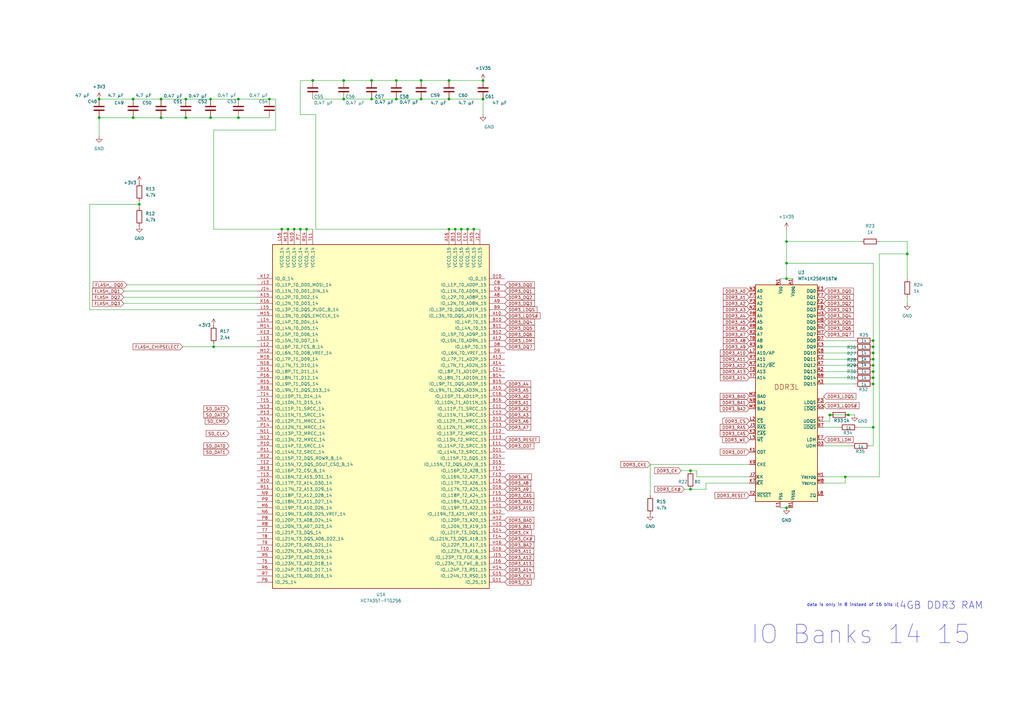
<source format=kicad_sch>
(kicad_sch (version 20250114) (generator "eeschema") (generator_version "9.0")
  (paper "A3")
  (lib_symbols
    (symbol "Device:C" (pin_numbers (hide yes)) (pin_names (offset 0.254))
      (property "Reference" "C" (at 0.635 2.54 0))
      (property "Value" "C" (at 0.635 -2.54 0))
      (symbol "C_1_1"
        (pin passive line (at 0 3.81 270) (length 2.794) (name "~") (number "1"))
        (pin passive line (at 0 -3.81 90) (length 2.794) (name "~") (number "2"))
      )
    )
    (symbol "Device:R" (pin_numbers (hide yes)) (pin_names (offset 0))
      (property "Reference" "R" (at 2.032 0 90))
      (property "Value" "R" (at 0 0 90))
      (symbol "R_1_1"
        (pin passive line (at 0 3.81 270) (length 1.27) (name "~") (number "1"))
        (pin passive line (at 0 -3.81 90) (length 1.27) (name "~") (number "2"))
      )
    )
    (symbol "FPGA_Xilinx_Artix7:XC7A35T-FTG256" (pin_names (offset 1.016))
      (property "Reference" "U" (at -2.54 0 0))
      (property "Value" "XC7A35T-FTG256" (at -2.54 -2.54 0))
      (symbol "XC7A35T-FTG256_1_1"
        (pin bidirectional line (at -53.34 52.07 0) (length 6.35) (name "IO_0_14") (number "K12"))
        (pin bidirectional line (at -53.34 49.53 0) (length 6.35) (name "IO_L1P_T0_D00_MOSI_14") (number "J13"))
        (pin bidirectional line (at -53.34 46.99 0) (length 6.35) (name "IO_L1N_T0_D01_DIN_14") (number "J14"))
        (pin bidirectional line (at -53.34 44.45 0) (length 6.35) (name "IO_L2P_T0_D02_14") (number "K15"))
        (pin bidirectional line (at -53.34 41.91 0) (length 6.35) (name "IO_L2N_T0_D03_14") (number "K16"))
        (pin bidirectional line (at -53.34 39.37 0) (length 6.35) (name "IO_L3P_T0_DQS_PUDC_B_14") (number "L15"))
        (pin bidirectional line (at -53.34 36.83 0) (length 6.35) (name "IO_L3N_T0_DQS_EMCCLK_14") (number "M15"))
        (pin bidirectional line (at -53.34 34.29 0) (length 6.35) (name "IO_L4P_T0_D04_14") (number "L14"))
        (pin bidirectional line (at -53.34 31.75 0) (length 6.35) (name "IO_L4N_T0_D05_14") (number "M14"))
        (pin bidirectional line (at -53.34 29.21 0) (length 6.35) (name "IO_L5P_T0_D06_14") (number "K13"))
        (pin bidirectional line (at -53.34 26.67 0) (length 6.35) (name "IO_L5N_T0_D07_14") (number "L13"))
        (pin bidirectional line (at -53.34 24.13 0) (length 6.35) (name "IO_L6P_T0_FCS_B_14") (number "L12"))
        (pin bidirectional line (at -53.34 21.59 0) (length 6.35) (name "IO_L6N_T0_D08_VREF_14") (number "M12"))
        (pin bidirectional line (at -53.34 19.05 0) (length 6.35) (name "IO_L7P_T1_D09_14") (number "M16"))
        (pin bidirectional line (at -53.34 16.51 0) (length 6.35) (name "IO_L7N_T1_D10_14") (number "N16"))
        (pin bidirectional line (at -53.34 13.97 0) (length 6.35) (name "IO_L8P_T1_D11_14") (number "P15"))
        (pin bidirectional line (at -53.34 11.43 0) (length 6.35) (name "IO_L8N_T1_D12_14") (number "P16"))
        (pin bidirectional line (at -53.34 8.89 0) (length 6.35) (name "IO_L9P_T1_DQS_14") (number "R15"))
        (pin bidirectional line (at -53.34 6.35 0) (length 6.35) (name "IO_L9N_T1_DQS_D13_14") (number "R16"))
        (pin bidirectional line (at -53.34 3.81 0) (length 6.35) (name "IO_L10P_T1_D14_14") (number "T14"))
        (pin bidirectional line (at -53.34 1.27 0) (length 6.35) (name "IO_L10N_T1_D15_14") (number "T15"))
        (pin bidirectional line (at -53.34 -1.27 0) (length 6.35) (name "IO_L11P_T1_SRCC_14") (number "N13"))
        (pin bidirectional line (at -53.34 -3.81 0) (length 6.35) (name "IO_L11N_T1_SRCC_14") (number "P13"))
        (pin bidirectional line (at -53.34 -6.35 0) (length 6.35) (name "IO_L12P_T1_MRCC_14") (number "N14"))
        (pin bidirectional line (at -53.34 -8.89 0) (length 6.35) (name "IO_L12N_T1_MRCC_14") (number "P14"))
        (pin bidirectional line (at -53.34 -11.43 0) (length 6.35) (name "IO_L13P_T2_MRCC_14") (number "N11"))
        (pin bidirectional line (at -53.34 -13.97 0) (length 6.35) (name "IO_L13N_T2_MRCC_14") (number "N12"))
        (pin bidirectional line (at -53.34 -16.51 0) (length 6.35) (name "IO_L14P_T2_SRCC_14") (number "P10"))
        (pin bidirectional line (at -53.34 -19.05 0) (length 6.35) (name "IO_L14N_T2_SRCC_14") (number "P11"))
        (pin bidirectional line (at -53.34 -21.59 0) (length 6.35) (name "IO_L15P_T2_DQS_RDWR_B_14") (number "R12"))
        (pin bidirectional line (at -53.34 -24.13 0) (length 6.35) (name "IO_L15N_T2_DQS_DOUT_CSO_B_14") (number "T12"))
        (pin bidirectional line (at -53.34 -26.67 0) (length 6.35) (name "IO_L16P_T2_CSI_B_14") (number "R13"))
        (pin bidirectional line (at -53.34 -29.21 0) (length 6.35) (name "IO_L16N_T2_A15_D31_14") (number "T13"))
        (pin bidirectional line (at -53.34 -31.75 0) (length 6.35) (name "IO_L17P_T2_A14_D30_14") (number "R10"))
        (pin bidirectional line (at -53.34 -34.29 0) (length 6.35) (name "IO_L17N_T2_A13_D29_14") (number "R11"))
        (pin bidirectional line (at -53.34 -36.83 0) (length 6.35) (name "IO_L18P_T2_A12_D28_14") (number "N9"))
        (pin bidirectional line (at -53.34 -39.37 0) (length 6.35) (name "IO_L18N_T2_A11_D27_14") (number "P9"))
        (pin bidirectional line (at -53.34 -41.91 0) (length 6.35) (name "IO_L19P_T3_A10_D26_14") (number "M6"))
        (pin bidirectional line (at -53.34 -44.45 0) (length 6.35) (name "IO_L19N_T3_A09_D25_VREF_14") (number "N6"))
        (pin bidirectional line (at -53.34 -46.99 0) (length 6.35) (name "IO_L20P_T3_A08_D24_14") (number "P8"))
        (pin bidirectional line (at -53.34 -49.53 0) (length 6.35) (name "IO_L20N_T3_A07_D23_14") (number "R8"))
        (pin bidirectional line (at -53.34 -52.07 0) (length 6.35) (name "IO_L21P_T3_DQS_14") (number "T7"))
        (pin bidirectional line (at -53.34 -54.61 0) (length 6.35) (name "IO_L21N_T3_DQS_A06_D22_14") (number "T8"))
        (pin bidirectional line (at -53.34 -57.15 0) (length 6.35) (name "IO_L22P_T3_A05_D21_14") (number "T9"))
        (pin bidirectional line (at -53.34 -59.69 0) (length 6.35) (name "IO_L22N_T3_A04_D20_14") (number "T10"))
        (pin bidirectional line (at -53.34 -62.23 0) (length 6.35) (name "IO_L23P_T3_A03_D19_14") (number "R5"))
        (pin bidirectional line (at -53.34 -64.77 0) (length 6.35) (name "IO_L23N_T3_A02_D18_14") (number "T5"))
        (pin bidirectional line (at -53.34 -67.31 0) (length 6.35) (name "IO_L24P_T3_A01_D17_14") (number "R6"))
        (pin bidirectional line (at -53.34 -69.85 0) (length 6.35) (name "IO_L24N_T3_A00_D16_14") (number "R7"))
        (pin bidirectional line (at -53.34 -72.39 0) (length 6.35) (name "IO_25_14") (number "P6"))
        (pin power_in line (at -43.18 72.39 270) (length 6.35) (name "VCCO_14") (number "L16"))
        (pin power_in line (at -40.64 72.39 270) (length 6.35) (name "VCCO_14") (number "M13"))
        (pin power_in line (at -38.1 72.39 270) (length 6.35) (name "VCCO_14") (number "N10"))
        (pin power_in line (at -35.56 72.39 270) (length 6.35) (name "VCCO_14") (number "P7"))
        (pin power_in line (at -33.02 72.39 270) (length 6.35) (name "VCCO_14") (number "R14"))
        (pin power_in line (at -30.48 72.39 270) (length 6.35) (name "VCCO_14") (number "T11"))
        (pin power_in line (at 25.4 72.39 270) (length 6.35) (name "VCCO_15") (number "A16"))
        (pin power_in line (at 27.94 72.39 270) (length 6.35) (name "VCCO_15") (number "B13"))
        (pin power_in line (at 30.48 72.39 270) (length 6.35) (name "VCCO_15") (number "C10"))
        (pin power_in line (at 33.02 72.39 270) (length 6.35) (name "VCCO_15") (number "E14"))
        (pin power_in line (at 35.56 72.39 270) (length 6.35) (name "VCCO_15") (number "H15"))
        (pin power_in line (at 38.1 72.39 270) (length 6.35) (name "VCCO_15") (number "J12"))
        (pin bidirectional line (at 48.26 52.07 180) (length 6.35) (name "IO_0_15") (number "D10"))
        (pin bidirectional line (at 48.26 49.53 180) (length 6.35) (name "IO_L1P_T0_AD0P_15") (number "C8"))
        (pin bidirectional line (at 48.26 46.99 180) (length 6.35) (name "IO_L1N_T0_AD0N_15") (number "C9"))
        (pin bidirectional line (at 48.26 44.45 180) (length 6.35) (name "IO_L2P_T0_AD8P_15") (number "A8"))
        (pin bidirectional line (at 48.26 41.91 180) (length 6.35) (name "IO_L2N_T0_AD8N_15") (number "A9"))
        (pin bidirectional line (at 48.26 39.37 180) (length 6.35) (name "IO_L3P_T0_DQS_AD1P_15") (number "B9"))
        (pin bidirectional line (at 48.26 36.83 180) (length 6.35) (name "IO_L3N_T0_DQS_AD1N_15") (number "A10"))
        (pin bidirectional line (at 48.26 34.29 180) (length 6.35) (name "IO_L4P_T0_15") (number "B10"))
        (pin bidirectional line (at 48.26 31.75 180) (length 6.35) (name "IO_L4N_T0_15") (number "B11"))
        (pin bidirectional line (at 48.26 29.21 180) (length 6.35) (name "IO_L5P_T0_AD9P_15") (number "B12"))
        (pin bidirectional line (at 48.26 26.67 180) (length 6.35) (name "IO_L5N_T0_AD9N_15") (number "A12"))
        (pin bidirectional line (at 48.26 24.13 180) (length 6.35) (name "IO_L6P_T0_15") (number "D8"))
        (pin bidirectional line (at 48.26 21.59 180) (length 6.35) (name "IO_L6N_T0_VREF_15") (number "D9"))
        (pin bidirectional line (at 48.26 19.05 180) (length 6.35) (name "IO_L7P_T1_AD2P_15") (number "A13"))
        (pin bidirectional line (at 48.26 16.51 180) (length 6.35) (name "IO_L7N_T1_AD2N_15") (number "A14"))
        (pin bidirectional line (at 48.26 13.97 180) (length 6.35) (name "IO_L8P_T1_AD10P_15") (number "C14"))
        (pin bidirectional line (at 48.26 11.43 180) (length 6.35) (name "IO_L8N_T1_AD10N_15") (number "B14"))
        (pin bidirectional line (at 48.26 8.89 180) (length 6.35) (name "IO_L9P_T1_DQS_AD3P_15") (number "B15"))
        (pin bidirectional line (at 48.26 6.35 180) (length 6.35) (name "IO_L9N_T1_DQS_AD3N_15") (number "A15"))
        (pin bidirectional line (at 48.26 3.81 180) (length 6.35) (name "IO_L10P_T1_AD11P_15") (number "C16"))
        (pin bidirectional line (at 48.26 1.27 180) (length 6.35) (name "IO_L10N_T1_AD11N_15") (number "B16"))
        (pin bidirectional line (at 48.26 -1.27 180) (length 6.35) (name "IO_L11P_T1_SRCC_15") (number "C11"))
        (pin bidirectional line (at 48.26 -3.81 180) (length 6.35) (name "IO_L11N_T1_SRCC_15") (number "C12"))
        (pin bidirectional line (at 48.26 -6.35 180) (length 6.35) (name "IO_L12P_T1_MRCC_15") (number "D13"))
        (pin bidirectional line (at 48.26 -8.89 180) (length 6.35) (name "IO_L12N_T1_MRCC_15") (number "C13"))
        (pin bidirectional line (at 48.26 -11.43 180) (length 6.35) (name "IO_L13P_T2_MRCC_15") (number "E12"))
        (pin bidirectional line (at 48.26 -13.97 180) (length 6.35) (name "IO_L13N_T2_MRCC_15") (number "E13"))
        (pin bidirectional line (at 48.26 -16.51 180) (length 6.35) (name "IO_L14P_T2_SRCC_15") (number "E11"))
        (pin bidirectional line (at 48.26 -19.05 180) (length 6.35) (name "IO_L14N_T2_SRCC_15") (number "D11"))
        (pin bidirectional line (at 48.26 -21.59 180) (length 6.35) (name "IO_L15P_T2_DQS_15") (number "D14"))
        (pin bidirectional line (at 48.26 -24.13 180) (length 6.35) (name "IO_L15N_T2_DQS_ADV_B_15") (number "D15"))
        (pin bidirectional line (at 48.26 -26.67 180) (length 6.35) (name "IO_L16P_T2_A28_15") (number "F12"))
        (pin bidirectional line (at 48.26 -29.21 180) (length 6.35) (name "IO_L16N_T2_A27_15") (number "F13"))
        (pin bidirectional line (at 48.26 -31.75 180) (length 6.35) (name "IO_L17P_T2_A26_15") (number "E16"))
        (pin bidirectional line (at 48.26 -34.29 180) (length 6.35) (name "IO_L17N_T2_A25_15") (number "D16"))
        (pin bidirectional line (at 48.26 -36.83 180) (length 6.35) (name "IO_L18P_T2_A24_15") (number "F15"))
        (pin bidirectional line (at 48.26 -39.37 180) (length 6.35) (name "IO_L18N_T2_A23_15") (number "E15"))
        (pin bidirectional line (at 48.26 -41.91 180) (length 6.35) (name "IO_L19P_T3_A22_15") (number "H11"))
        (pin bidirectional line (at 48.26 -44.45 180) (length 6.35) (name "IO_L19N_T3_A21_VREF_15") (number "G12"))
        (pin bidirectional line (at 48.26 -46.99 180) (length 6.35) (name "IO_L20P_T3_A20_15") (number "H12"))
        (pin bidirectional line (at 48.26 -49.53 180) (length 6.35) (name "IO_L20N_T3_A19_15") (number "H13"))
        (pin bidirectional line (at 48.26 -52.07 180) (length 6.35) (name "IO_L21P_T3_DQS_15") (number "G14"))
        (pin bidirectional line (at 48.26 -54.61 180) (length 6.35) (name "IO_L21N_T3_DQS_A18_15") (number "F14"))
        (pin bidirectional line (at 48.26 -57.15 180) (length 6.35) (name "IO_L22P_T3_A17_15") (number "H16"))
        (pin bidirectional line (at 48.26 -59.69 180) (length 6.35) (name "IO_L22N_T3_A16_15") (number "G16"))
        (pin bidirectional line (at 48.26 -62.23 180) (length 6.35) (name "IO_L23P_T3_FOE_B_15") (number "J15"))
        (pin bidirectional line (at 48.26 -64.77 180) (length 6.35) (name "IO_L23N_T3_FWE_B_15") (number "J16"))
        (pin bidirectional line (at 48.26 -67.31 180) (length 6.35) (name "IO_L24P_T3_RS1_15") (number "H14"))
        (pin bidirectional line (at 48.26 -69.85 180) (length 6.35) (name "IO_L24N_T3_RS0_15") (number "G15"))
        (pin bidirectional line (at 48.26 -72.39 180) (length 6.35) (name "IO_25_15") (number "G11"))
      )
      (symbol "XC7A35T-FTG256_2_1"
        (pin bidirectional line (at -50.8 53.34 0) (length 6.35) (name "IO_0_34") (number "L5"))
        (pin bidirectional line (at -50.8 50.8 0) (length 6.35) (name "IO_L1P_T0_34") (number "L4"))
        (pin bidirectional line (at -50.8 48.26 0) (length 6.35) (name "IO_L1N_T0_34") (number "M4"))
        (pin bidirectional line (at -50.8 45.72 0) (length 6.35) (name "IO_L2P_T0_34") (number "M2"))
        (pin bidirectional line (at -50.8 43.18 0) (length 6.35) (name "IO_L2N_T0_34") (number "M1"))
        (pin bidirectional line (at -50.8 40.64 0) (length 6.35) (name "IO_L3P_T0_DQS_34") (number "N3"))
        (pin bidirectional line (at -50.8 38.1 0) (length 6.35) (name "IO_L3N_T0_DQS_34") (number "N2"))
        (pin bidirectional line (at -50.8 35.56 0) (length 6.35) (name "IO_L4P_T0_34") (number "N1"))
        (pin bidirectional line (at -50.8 33.02 0) (length 6.35) (name "IO_L4N_T0_34") (number "P1"))
        (pin bidirectional line (at -50.8 30.48 0) (length 6.35) (name "IO_L5P_T0_34") (number "P4"))
        (pin bidirectional line (at -50.8 27.94 0) (length 6.35) (name "IO_L5N_T0_34") (number "P3"))
        (pin bidirectional line (at -50.8 25.4 0) (length 6.35) (name "IO_L6P_T0_34") (number "M5"))
        (pin bidirectional line (at -50.8 22.86 0) (length 6.35) (name "IO_L6N_T0_VREF_34") (number "N4"))
        (pin bidirectional line (at -50.8 20.32 0) (length 6.35) (name "IO_L7P_T1_34") (number "R2"))
        (pin bidirectional line (at -50.8 17.78 0) (length 6.35) (name "IO_L7N_T1_34") (number "R1"))
        (pin bidirectional line (at -50.8 15.24 0) (length 6.35) (name "IO_L8P_T1_34") (number "R3"))
        (pin bidirectional line (at -50.8 12.7 0) (length 6.35) (name "IO_L8N_T1_34") (number "T2"))
        (pin bidirectional line (at -50.8 10.16 0) (length 6.35) (name "IO_L9P_T1_DQS_34") (number "T4"))
        (pin bidirectional line (at -50.8 7.62 0) (length 6.35) (name "IO_L9N_T1_DQS_34") (number "T3"))
        (pin bidirectional line (at -50.8 5.08 0) (length 6.35) (name "IO_L10P_T1_34") (number "P5"))
        (pin power_in line (at -40.64 73.66 270) (length 6.35) (name "VCCO_34") (number "M3"))
        (pin power_in line (at -38.1 73.66 270) (length 6.35) (name "VCCO_34") (number "R4"))
        (pin power_in line (at -35.56 73.66 270) (length 6.35) (name "VCCO_34") (number "T1"))
        (pin power_in line (at 27.94 73.66 270) (length 6.35) (name "VCCO_35") (number "A6"))
        (pin power_in line (at 30.48 73.66 270) (length 6.35) (name "VCCO_35") (number "B3"))
        (pin power_in line (at 33.02 73.66 270) (length 6.35) (name "VCCO_35") (number "D7"))
        (pin power_in line (at 35.56 73.66 270) (length 6.35) (name "VCCO_35") (number "E4"))
        (pin power_in line (at 38.1 73.66 270) (length 6.35) (name "VCCO_35") (number "F1"))
        (pin power_in line (at 40.64 73.66 270) (length 6.35) (name "VCCO_35") (number "J2"))
        (pin bidirectional line (at 50.8 53.34 180) (length 6.35) (name "IO_0_35") (number "E6"))
        (pin bidirectional line (at 50.8 50.8 180) (length 6.35) (name "IO_L1P_T0_AD4P_35") (number "B7"))
        (pin bidirectional line (at 50.8 48.26 180) (length 6.35) (name "IO_L1N_T0_AD4N_35") (number "A7"))
        (pin bidirectional line (at 50.8 45.72 180) (length 6.35) (name "IO_L2P_T0_AD12P_35") (number "B6"))
        (pin bidirectional line (at 50.8 43.18 180) (length 6.35) (name "IO_L2N_T0_AD12N_35") (number "B5"))
        (pin bidirectional line (at 50.8 40.64 180) (length 6.35) (name "IO_L3P_T0_DQS_AD5P_35") (number "A5"))
        (pin bidirectional line (at 50.8 38.1 180) (length 6.35) (name "IO_L3N_T0_DQS_AD5N_35") (number "A4"))
        (pin bidirectional line (at 50.8 35.56 180) (length 6.35) (name "IO_L4P_T0_35") (number "B4"))
        (pin bidirectional line (at 50.8 33.02 180) (length 6.35) (name "IO_L4N_T0_35") (number "A3"))
        (pin bidirectional line (at 50.8 30.48 180) (length 6.35) (name "IO_L5P_T0_AD13P_35") (number "C7"))
        (pin bidirectional line (at 50.8 27.94 180) (length 6.35) (name "IO_L5N_T0_AD13N_35") (number "C6"))
        (pin bidirectional line (at 50.8 25.4 180) (length 6.35) (name "IO_L6P_T0_35") (number "D6"))
        (pin bidirectional line (at 50.8 22.86 180) (length 6.35) (name "IO_L6N_T0_VREF_35") (number "D5"))
        (pin bidirectional line (at 50.8 20.32 180) (length 6.35) (name "IO_L7P_T1_AD6P_35") (number "C3"))
        (pin bidirectional line (at 50.8 17.78 180) (length 6.35) (name "IO_L7N_T1_AD6N_35") (number "C2"))
        (pin bidirectional line (at 50.8 15.24 180) (length 6.35) (name "IO_L8P_T1_AD14P_35") (number "B2"))
        (pin bidirectional line (at 50.8 12.7 180) (length 6.35) (name "IO_L8N_T1_AD14N_35") (number "A2"))
        (pin bidirectional line (at 50.8 10.16 180) (length 6.35) (name "IO_L9P_T1_DQS_AD7P_35") (number "C1"))
        (pin bidirectional line (at 50.8 7.62 180) (length 6.35) (name "IO_L9N_T1_DQS_AD7N_35") (number "B1"))
        (pin bidirectional line (at 50.8 5.08 180) (length 6.35) (name "IO_L10P_T1_AD15P_35") (number "E2"))
        (pin bidirectional line (at 50.8 2.54 180) (length 6.35) (name "IO_L10N_T1_AD15N_35") (number "D1"))
        (pin bidirectional line (at 50.8 0 180) (length 6.35) (name "IO_L11P_T1_SRCC_35") (number "E3"))
        (pin bidirectional line (at 50.8 -2.54 180) (length 6.35) (name "IO_L11N_T1_SRCC_35") (number "D3"))
        (pin bidirectional line (at 50.8 -5.08 180) (length 6.35) (name "IO_L12P_T1_MRCC_35") (number "D4"))
        (pin bidirectional line (at 50.8 -7.62 180) (length 6.35) (name "IO_L12N_T1_MRCC_35") (number "C4"))
        (pin bidirectional line (at 50.8 -10.16 180) (length 6.35) (name "IO_L13P_T2_MRCC_35") (number "F5"))
        (pin bidirectional line (at 50.8 -12.7 180) (length 6.35) (name "IO_L13N_T2_MRCC_35") (number "E5"))
        (pin bidirectional line (at 50.8 -15.24 180) (length 6.35) (name "IO_L14P_T2_SRCC_35") (number "F4"))
        (pin bidirectional line (at 50.8 -17.78 180) (length 6.35) (name "IO_L14N_T2_SRCC_35") (number "F3"))
        (pin bidirectional line (at 50.8 -20.32 180) (length 6.35) (name "IO_L15P_T2_DQS_35") (number "F2"))
        (pin bidirectional line (at 50.8 -22.86 180) (length 6.35) (name "IO_L15N_T2_DQS_35") (number "E1"))
        (pin bidirectional line (at 50.8 -25.4 180) (length 6.35) (name "IO_L16P_T2_35") (number "G5"))
        (pin bidirectional line (at 50.8 -27.94 180) (length 6.35) (name "IO_L16N_T2_35") (number "G4"))
        (pin bidirectional line (at 50.8 -30.48 180) (length 6.35) (name "IO_L17P_T2_35") (number "G2"))
        (pin bidirectional line (at 50.8 -33.02 180) (length 6.35) (name "IO_L17N_T2_35") (number "G1"))
        (pin bidirectional line (at 50.8 -35.56 180) (length 6.35) (name "IO_L18P_T2_35") (number "H5"))
        (pin bidirectional line (at 50.8 -38.1 180) (length 6.35) (name "IO_L18N_T2_35") (number "H4"))
        (pin bidirectional line (at 50.8 -40.64 180) (length 6.35) (name "IO_L19P_T3_35") (number "J5"))
        (pin bidirectional line (at 50.8 -43.18 180) (length 6.35) (name "IO_L19N_T3_VREF_35") (number "J4"))
        (pin bidirectional line (at 50.8 -45.72 180) (length 6.35) (name "IO_L20P_T3_35") (number "H2"))
        (pin bidirectional line (at 50.8 -48.26 180) (length 6.35) (name "IO_L20N_T3_35") (number "H1"))
        (pin bidirectional line (at 50.8 -50.8 180) (length 6.35) (name "IO_L21P_T3_DQS_35") (number "J3"))
        (pin bidirectional line (at 50.8 -53.34 180) (length 6.35) (name "IO_L21N_T3_DQS_35") (number "H3"))
        (pin bidirectional line (at 50.8 -55.88 180) (length 6.35) (name "IO_L22P_T3_35") (number "K1"))
        (pin bidirectional line (at 50.8 -58.42 180) (length 6.35) (name "IO_L22N_T3_35") (number "J1"))
        (pin bidirectional line (at 50.8 -60.96 180) (length 6.35) (name "IO_L23P_T3_35") (number "L3"))
        (pin bidirectional line (at 50.8 -63.5 180) (length 6.35) (name "IO_L23N_T3_35") (number "L2"))
        (pin bidirectional line (at 50.8 -66.04 180) (length 6.35) (name "IO_L24P_T3_35") (number "K3"))
        (pin bidirectional line (at 50.8 -68.58 180) (length 6.35) (name "IO_L24N_T3_35") (number "K2"))
        (pin bidirectional line (at 50.8 -71.12 180) (length 6.35) (name "IO_25_35") (number "K5"))
      )
      (symbol "XC7A35T-FTG256_3_1"
        (pin power_in line (at 27.94 40.64 270) (length 6.35) (name "VCCO_0") (number "L6"))
        (pin bidirectional line (at 38.1 20.32 180) (length 6.35) (name "TDI_0") (number "N7"))
        (pin bidirectional line (at 38.1 17.78 180) (length 6.35) (name "TDO_0") (number "N8"))
        (pin bidirectional line (at 38.1 15.24 180) (length 6.35) (name "TMS_0") (number "M7"))
        (pin bidirectional line (at 38.1 12.7 180) (length 6.35) (name "TCK_0") (number "L7"))
        (pin bidirectional line (at 38.1 7.62 180) (length 6.35) (name "CCLK_0") (number "E8"))
        (pin bidirectional line (at 38.1 5.08 180) (length 6.35) (name "M0_0") (number "M9"))
        (pin bidirectional line (at 38.1 2.54 180) (length 6.35) (name "M1_0") (number "M10"))
        (pin bidirectional line (at 38.1 0 180) (length 6.35) (name "M2_0") (number "M11"))
        (pin bidirectional line (at 38.1 -5.08 180) (length 6.35) (name "DONE_0") (number "H10"))
        (pin bidirectional line (at 38.1 -7.62 180) (length 6.35) (name "INIT_B_0") (number "K10"))
        (pin bidirectional line (at 38.1 -10.16 180) (length 6.35) (name "PROGRAM_B_0") (number "L9"))
        (pin bidirectional line (at 38.1 -15.24 180) (length 6.35) (name "CFGBVS_0") (number "E7"))
        (pin bidirectional line (at 38.1 -20.32 180) (length 6.35) (name "VP_0") (number "H8"))
        (pin bidirectional line (at 38.1 -22.86 180) (length 6.35) (name "VN_0") (number "J7"))
        (pin bidirectional line (at 38.1 -27.94 180) (length 6.35) (name "VREFP_0") (number "J8"))
        (pin bidirectional line (at 38.1 -30.48 180) (length 6.35) (name "VREFN_0") (number "H7"))
        (pin bidirectional line (at 38.1 -35.56 180) (length 6.35) (name "DXP_0") (number "K8"))
        (pin bidirectional line (at 38.1 -38.1 180) (length 6.35) (name "DXN_0") (number "K7"))
      )
      (symbol "XC7A35T-FTG256_4_1"
        (pin power_in line (at -25.4 33.02 0) (length 6.35) (name "VCCAUX") (number "G10"))
        (pin power_in line (at -25.4 30.48 0) (length 6.35) (name "VCCAUX") (number "J10"))
        (pin power_in line (at -25.4 27.94 0) (length 6.35) (name "VCCAUX") (number "K11"))
        (pin power_in line (at -25.4 25.4 0) (length 6.35) (name "VCCAUX") (number "L10"))
        (pin power_in line (at -25.4 20.32 0) (length 6.35) (name "GNDADC_0") (number "G7"))
        (pin power_in line (at -25.4 17.78 0) (length 6.35) (name "VCCADC_0") (number "G8"))
        (pin power_in line (at -25.4 15.24 0) (length 6.35) (name "VCCBATT_0") (number "F8"))
        (pin power_in line (at -25.4 12.7 0) (length 6.35) (name "VCCBRAM") (number "E10"))
        (pin power_in line (at -25.4 10.16 0) (length 6.35) (name "VCCBRAM") (number "F11"))
        (pin power_in line (at -25.4 2.54 0) (length 6.35) (name "GND") (number "A1"))
        (pin power_in line (at -25.4 0 0) (length 6.35) (name "GND") (number "A11"))
        (pin power_in line (at -25.4 -2.54 0) (length 6.35) (name "GND") (number "B8"))
        (pin power_in line (at -25.4 -5.08 0) (length 6.35) (name "GND") (number "C5"))
        (pin power_in line (at -25.4 -7.62 0) (length 6.35) (name "GND") (number "C15"))
        (pin power_in line (at -25.4 -10.16 0) (length 6.35) (name "GND") (number "D2"))
        (pin power_in line (at -25.4 -12.7 0) (length 6.35) (name "GND") (number "D12"))
        (pin power_in line (at -25.4 -15.24 0) (length 6.35) (name "GND") (number "E9"))
        (pin power_in line (at -25.4 -17.78 0) (length 6.35) (name "GND") (number "F6"))
        (pin power_in line (at -25.4 -20.32 0) (length 6.35) (name "GND") (number "F10"))
        (pin power_in line (at -25.4 -22.86 0) (length 6.35) (name "GND") (number "F16"))
        (pin power_in line (at -25.4 -25.4 0) (length 6.35) (name "GND") (number "G3"))
        (pin power_in line (at -25.4 -27.94 0) (length 6.35) (name "GND") (number "G9"))
        (pin power_in line (at -25.4 -30.48 0) (length 6.35) (name "GND") (number "G13"))
        (pin power_in line (at -25.4 -33.02 0) (length 6.35) (name "GND") (number "H6"))
        (pin power_in line (at 25.4 33.02 180) (length 6.35) (name "VCCINT") (number "F7"))
        (pin power_in line (at 25.4 30.48 180) (length 6.35) (name "VCCINT") (number "F9"))
        (pin power_in line (at 25.4 27.94 180) (length 6.35) (name "VCCINT") (number "G6"))
        (pin power_in line (at 25.4 25.4 180) (length 6.35) (name "VCCINT") (number "H9"))
        (pin power_in line (at 25.4 22.86 180) (length 6.35) (name "VCCINT") (number "J6"))
        (pin power_in line (at 25.4 20.32 180) (length 6.35) (name "VCCINT") (number "K9"))
        (pin power_in line (at 25.4 17.78 180) (length 6.35) (name "VCCINT") (number "L8"))
        (pin power_in line (at 25.4 2.54 180) (length 6.35) (name "GND") (number "J9"))
        (pin power_in line (at 25.4 0 180) (length 6.35) (name "GND") (number "J11"))
        (pin power_in line (at 25.4 -2.54 180) (length 6.35) (name "GND") (number "K4"))
        (pin power_in line (at 25.4 -5.08 180) (length 6.35) (name "GND") (number "K6"))
        (pin power_in line (at 25.4 -7.62 180) (length 6.35) (name "GND") (number "K14"))
        (pin power_in line (at 25.4 -10.16 180) (length 6.35) (name "GND") (number "L1"))
        (pin power_in line (at 25.4 -12.7 180) (length 6.35) (name "GND") (number "L11"))
        (pin power_in line (at 25.4 -15.24 180) (length 6.35) (name "GND") (number "M8"))
        (pin power_in line (at 25.4 -17.78 180) (length 6.35) (name "GND") (number "N5"))
        (pin power_in line (at 25.4 -20.32 180) (length 6.35) (name "GND") (number "N15"))
        (pin power_in line (at 25.4 -22.86 180) (length 6.35) (name "GND") (number "P2"))
        (pin power_in line (at 25.4 -25.4 180) (length 6.35) (name "GND") (number "P12"))
        (pin power_in line (at 25.4 -27.94 180) (length 6.35) (name "GND") (number "R9"))
        (pin power_in line (at 25.4 -30.48 180) (length 6.35) (name "GND") (number "T6"))
        (pin power_in line (at 25.4 -33.02 180) (length 6.35) (name "GND") (number "T16"))
      )
    )
    (symbol "Memory_RAM:MT41K256M16TW"
      (property "Reference" "U" (at -11.43 44.704 0))
      (property "Value" "MT41K256M16TW" (at 14.986 44.704 0))
      (symbol "MT41K256M16TW_0_1"
        (pin input line (at -15.24 40.64 0) (length 2.54) (name "A0") (number "N3"))
        (pin input line (at -15.24 38.1 0) (length 2.54) (name "A1") (number "P7"))
        (pin input line (at -15.24 35.56 0) (length 2.54) (name "A2") (number "P3"))
        (pin input line (at -15.24 33.02 0) (length 2.54) (name "A3") (number "N2"))
        (pin input line (at -15.24 30.48 0) (length 2.54) (name "A4") (number "P8"))
        (pin input line (at -15.24 27.94 0) (length 2.54) (name "A5") (number "P2"))
        (pin input line (at -15.24 25.4 0) (length 2.54) (name "A6") (number "R8"))
        (pin input line (at -15.24 22.86 0) (length 2.54) (name "A7") (number "R2"))
        (pin input line (at -15.24 20.32 0) (length 2.54) (name "A8") (number "T8"))
        (pin input line (at -15.24 17.78 0) (length 2.54) (name "A9") (number "R3"))
        (pin input line (at -15.24 15.24 0) (length 2.54) (name "A10/AP") (number "L7"))
        (pin input line (at -15.24 12.7 0) (length 2.54) (name "A11") (number "R7"))
        (pin input line (at -15.24 7.62 0) (length 2.54) (name "A13") (number "T3"))
        (pin input line (at -15.24 5.08 0) (length 2.54) (name "A14") (number "T7"))
        (pin input line (at -15.24 -2.54 0) (length 2.54) (name "BA0") (number "M2"))
        (pin input line (at -15.24 -5.08 0) (length 2.54) (name "BA1") (number "N8"))
        (pin input line (at -15.24 -7.62 0) (length 2.54) (name "BA2") (number "M3"))
        (pin input line (at -15.24 -25.4 0) (length 2.54) (name "ODT") (number "K1"))
        (pin input line (at -15.24 -30.48 0) (length 2.54) (name "CKE") (number "K9"))
        (pin input clock (at -15.24 -35.56 0) (length 2.54) (name "CK") (number "J7"))
        (pin passive line (at -2.54 45.72 270) (length 2.54) (hide yes) (name "V_{DD}") (number "B2"))
        (pin passive line (at -2.54 45.72 270) (length 2.54) (hide yes) (name "V_{DD}") (number "D9"))
        (pin passive line (at -2.54 45.72 270) (length 2.54) (hide yes) (name "V_{DD}") (number "G7"))
        (pin passive line (at -2.54 45.72 270) (length 2.54) (hide yes) (name "V_{DD}") (number "K2"))
        (pin passive line (at -2.54 45.72 270) (length 2.54) (hide yes) (name "V_{DD}") (number "K8"))
        (pin passive line (at -2.54 45.72 270) (length 2.54) (hide yes) (name "V_{DD}") (number "N9"))
        (pin passive line (at -2.54 45.72 270) (length 2.54) (hide yes) (name "V_{DD}") (number "R1"))
        (pin passive line (at -2.54 45.72 270) (length 2.54) (hide yes) (name "V_{DD}") (number "R9"))
        (pin passive line (at -2.54 -48.26 90) (length 2.54) (hide yes) (name "V_{SS}") (number "A9"))
        (pin passive line (at -2.54 -48.26 90) (length 2.54) (hide yes) (name "V_{SS}") (number "B3"))
        (pin passive line (at -2.54 -48.26 90) (length 2.54) (hide yes) (name "V_{SS}") (number "G8"))
        (pin passive line (at -2.54 -48.26 90) (length 2.54) (hide yes) (name "V_{SS}") (number "J2"))
        (pin passive line (at -2.54 -48.26 90) (length 2.54) (hide yes) (name "V_{SS}") (number "J8"))
        (pin passive line (at -2.54 -48.26 90) (length 2.54) (hide yes) (name "V_{SS}") (number "M1"))
        (pin passive line (at -2.54 -48.26 90) (length 2.54) (hide yes) (name "V_{SS}") (number "M9"))
        (pin passive line (at -2.54 -48.26 90) (length 2.54) (hide yes) (name "V_{SS}") (number "P1"))
        (pin passive line (at -2.54 -48.26 90) (length 2.54) (hide yes) (name "V_{SS}") (number "P9"))
        (pin passive line (at -2.54 -48.26 90) (length 2.54) (hide yes) (name "V_{SS}") (number "T1"))
        (pin passive line (at -2.54 -48.26 90) (length 2.54) (hide yes) (name "V_{SS}") (number "T9"))
        (pin passive line (at 2.54 45.72 270) (length 2.54) (hide yes) (name "V_{DDQ}") (number "A8"))
        (pin passive line (at 2.54 45.72 270) (length 2.54) (hide yes) (name "V_{DDQ}") (number "C1"))
        (pin passive line (at 2.54 45.72 270) (length 2.54) (hide yes) (name "V_{DDQ}") (number "C9"))
        (pin passive line (at 2.54 45.72 270) (length 2.54) (hide yes) (name "V_{DDQ}") (number "D2"))
        (pin passive line (at 2.54 45.72 270) (length 2.54) (hide yes) (name "V_{DDQ}") (number "E9"))
        (pin passive line (at 2.54 45.72 270) (length 2.54) (hide yes) (name "V_{DDQ}") (number "F1"))
        (pin passive line (at 2.54 45.72 270) (length 2.54) (hide yes) (name "V_{DDQ}") (number "H2"))
        (pin passive line (at 2.54 45.72 270) (length 2.54) (hide yes) (name "V_{DDQ}") (number "H9"))
        (pin passive line (at 2.54 -48.26 90) (length 2.54) (hide yes) (name "V_{SSQ}") (number "B9"))
        (pin passive line (at 2.54 -48.26 90) (length 2.54) (hide yes) (name "V_{SSQ}") (number "D1"))
        (pin passive line (at 2.54 -48.26 90) (length 2.54) (hide yes) (name "V_{SSQ}") (number "D8"))
        (pin passive line (at 2.54 -48.26 90) (length 2.54) (hide yes) (name "V_{SSQ}") (number "E2"))
        (pin passive line (at 2.54 -48.26 90) (length 2.54) (hide yes) (name "V_{SSQ}") (number "E8"))
        (pin passive line (at 2.54 -48.26 90) (length 2.54) (hide yes) (name "V_{SSQ}") (number "F9"))
        (pin passive line (at 2.54 -48.26 90) (length 2.54) (hide yes) (name "V_{SSQ}") (number "G1"))
        (pin passive line (at 2.54 -48.26 90) (length 2.54) (hide yes) (name "V_{SSQ}") (number "G9"))
        (pin no_connect line (at 12.7 0 180) (length 2.54) (hide yes) (name "NC") (number "M7"))
        (pin no_connect line (at 12.7 -2.54 180) (length 2.54) (hide yes) (name "NC") (number "J1"))
        (pin no_connect line (at 12.7 -25.4 180) (length 2.54) (hide yes) (name "NC") (number "J9"))
        (pin no_connect line (at 12.7 -27.94 180) (length 2.54) (hide yes) (name "NC") (number "L9"))
        (pin no_connect line (at 12.7 -30.48 180) (length 2.54) (hide yes) (name "NC") (number "L1"))
        (pin bidirectional line (at 15.24 40.64 180) (length 2.54) (name "DQ0") (number "E3"))
        (pin bidirectional line (at 15.24 38.1 180) (length 2.54) (name "DQ1") (number "F7"))
        (pin bidirectional line (at 15.24 35.56 180) (length 2.54) (name "DQ2") (number "F2"))
        (pin bidirectional line (at 15.24 33.02 180) (length 2.54) (name "DQ3") (number "F8"))
        (pin bidirectional line (at 15.24 30.48 180) (length 2.54) (name "DQ4") (number "H3"))
        (pin bidirectional line (at 15.24 27.94 180) (length 2.54) (name "DQ5") (number "H8"))
        (pin bidirectional line (at 15.24 25.4 180) (length 2.54) (name "DQ6") (number "G2"))
        (pin bidirectional line (at 15.24 22.86 180) (length 2.54) (name "DQ7") (number "H7"))
        (pin bidirectional line (at 15.24 20.32 180) (length 2.54) (name "DQ8") (number "D7"))
        (pin bidirectional line (at 15.24 17.78 180) (length 2.54) (name "DQ9") (number "C3"))
        (pin bidirectional line (at 15.24 15.24 180) (length 2.54) (name "DQ10") (number "C8"))
        (pin bidirectional line (at 15.24 12.7 180) (length 2.54) (name "DQ11") (number "C2"))
        (pin bidirectional line (at 15.24 10.16 180) (length 2.54) (name "DQ12") (number "A7"))
        (pin bidirectional line (at 15.24 7.62 180) (length 2.54) (name "DQ13") (number "A2"))
        (pin bidirectional line (at 15.24 5.08 180) (length 2.54) (name "DQ14") (number "B8"))
        (pin bidirectional line (at 15.24 2.54 180) (length 2.54) (name "DQ15") (number "A3"))
        (pin bidirectional line (at 15.24 -5.08 180) (length 2.54) (name "LDQS") (number "F3"))
        (pin bidirectional line (at 15.24 -12.7 180) (length 2.54) (name "UDQS") (number "C7"))
        (pin input line (at 15.24 -20.32 180) (length 2.54) (name "LDM") (number "E7"))
        (pin input line (at 15.24 -22.86 180) (length 2.54) (name "UDM") (number "D3"))
        (pin passive line (at 15.24 -35.56 180) (length 2.54) (name "V_{REFDQ}") (number "H1"))
        (pin passive line (at 15.24 -38.1 180) (length 2.54) (name "V_{REFCA}") (number "M8"))
        (pin passive line (at 15.24 -43.18 180) (length 2.54) (name "ZQ") (number "L8"))
      )
      (symbol "MT41K256M16TW_1_1"
        (text "DDR3L" (at 0 0 0) (effects (font (size 2.1336 2.1336)) (justify bottom)))
        (pin input line (at -15.24 10.16 0) (length 2.54) (name "A12/~{BC}") (number "N7"))
        (pin input line (at -15.24 -12.7 0) (length 2.54) (name "~{CS}") (number "L2"))
        (pin input line (at -15.24 -15.24 0) (length 2.54) (name "~{RAS}") (number "J3"))
        (pin input line (at -15.24 -17.78 0) (length 2.54) (name "~{CAS}") (number "K3"))
        (pin input line (at -15.24 -20.32 0) (length 2.54) (name "~{WE}") (number "L3"))
        (pin input clock (at -15.24 -38.1 0) (length 2.54) (name "~{CK}") (number "K7"))
        (pin input line (at -15.24 -43.18 0) (length 2.54) (name "~{RESET}") (number "T2"))
        (pin power_in line (at -2.54 45.72 270) (length 2.54) (name "V_{DD}") (number "N1"))
        (pin power_in line (at -2.54 -48.26 90) (length 2.54) (name "V_{SS}") (number "E1"))
        (pin power_in line (at 2.54 45.72 270) (length 2.54) (name "V_{DDQ}") (number "A1"))
        (pin power_in line (at 2.54 -48.26 90) (length 2.54) (name "V_{SSQ}") (number "B1"))
        (pin bidirectional line (at 15.24 -7.62 180) (length 2.54) (name "~{LDQS}") (number "G3"))
        (pin bidirectional line (at 15.24 -15.24 180) (length 2.54) (name "~{UDQS}") (number "B7"))
      )
    )
    (symbol "power:+1V35" (power) (pin_numbers (hide yes)) (pin_names (offset 0) (hide yes))
      (property "Value" "+1V35" (at 0 3.556 0))
      (symbol "+1V35_1_1"
        (pin power_in line (at 0 0 90) (length 0) (name "~") (number "1"))
      )
    )
    (symbol "power:+3V3" (power) (pin_numbers (hide yes)) (pin_names (offset 0) (hide yes))
      (property "Value" "+3V3" (at 0 3.556 0))
      (symbol "+3V3_1_1"
        (pin power_in line (at 0 0 90) (length 0) (name "~") (number "1"))
      )
    )
    (symbol "power:GND" (power) (pin_numbers (hide yes)) (pin_names (offset 0) (hide yes))
      (property "Value" "GND" (at 0 -3.81 0))
      (symbol "GND_1_1"
        (pin power_in line (at 0 0 270) (length 0) (name "~") (number "1"))
      )
    )
  )
  (text "IO Banks 14 15\n" (at 353.06 260.35 0) (effects (font (size 7.5 7.5))))
  (text "4GB DDR3 RAM" (at 386.08 248.412 0) (effects (font (size 3 3))))
  (text "data is only in 8 instaed of 16 bits :(\n" (at 349.758 248.158 0) (effects (font (size 1.27 1.27))))
  (junction (at 358.14 157.48))
  (junction (at 66.04 48.26))
  (junction (at 186.69 93.98))
  (junction (at 358.14 142.24))
  (junction (at 87.63 142.24))
  (junction (at 346.71 195.58))
  (junction (at 128.27 33.02))
  (junction (at 57.15 83.82))
  (junction (at 140.97 33.02))
  (junction (at 191.77 93.98))
  (junction (at 358.14 144.78))
  (junction (at 54.61 40.64))
  (junction (at 198.12 33.02))
  (junction (at 283.21 200.66))
  (junction (at 358.14 152.4))
  (junction (at 358.14 149.86))
  (junction (at 184.15 93.98))
  (junction (at 184.15 33.02))
  (junction (at 184.15 40.64))
  (junction (at 358.14 139.7))
  (junction (at 347.98 170.18))
  (junction (at 97.79 40.64))
  (junction (at 189.23 93.98))
  (junction (at 194.31 93.98))
  (junction (at 322.58 208.28))
  (junction (at 76.2 40.64))
  (junction (at 54.61 48.26))
  (junction (at 358.14 154.94))
  (junction (at 140.97 40.64))
  (junction (at 86.36 48.26))
  (junction (at 40.64 40.64))
  (junction (at 358.14 147.32))
  (junction (at 322.58 107.95))
  (junction (at 118.11 93.98))
  (junction (at 86.36 40.64))
  (junction (at 115.57 93.98))
  (junction (at 358.14 175.26))
  (junction (at 198.12 40.64))
  (junction (at 66.04 40.64))
  (junction (at 372.11 104.14))
  (junction (at 283.21 193.04))
  (junction (at 125.73 93.98))
  (junction (at 40.64 48.26))
  (junction (at 172.72 33.02))
  (junction (at 322.58 99.06))
  (junction (at 97.79 48.26))
  (junction (at 110.49 40.64))
  (junction (at 340.36 170.18))
  (junction (at 322.58 114.3))
  (junction (at 162.56 40.64))
  (junction (at 123.19 93.98))
  (junction (at 172.72 40.64))
  (junction (at 162.56 33.02))
  (junction (at 120.65 93.98))
  (junction (at 152.4 40.64))
  (junction (at 152.4 33.02))
  (junction (at 76.2 48.26))
  (wire (pts (xy 358.14 139.7) (xy 358.14 107.95)))
  (wire (pts (xy 40.64 48.26) (xy 54.61 48.26)))
  (wire (pts (xy 337.82 162.56) (xy 337.82 165.1)))
  (wire (pts (xy 86.36 48.26) (xy 97.79 48.26)))
  (wire (pts (xy 87.63 53.34) (xy 87.63 93.98)))
  (wire (pts (xy 50.8 121.92) (xy 105.41 121.92)))
  (wire (pts (xy 172.72 40.64) (xy 162.56 40.64)))
  (wire (pts (xy 52.07 116.84) (xy 105.41 116.84)))
  (wire (pts (xy 87.63 53.34) (xy 113.03 53.34)))
  (wire (pts (xy 87.63 93.98) (xy 115.57 93.98)))
  (wire (pts (xy 320.04 208.28) (xy 322.58 208.28)))
  (wire (pts (xy 346.71 198.12) (xy 346.71 195.58)))
  (wire (pts (xy 289.56 198.12) (xy 307.34 198.12)))
  (wire (pts (xy 87.63 142.24) (xy 105.41 142.24)))
  (wire (pts (xy 50.8 124.46) (xy 105.41 124.46)))
  (wire (pts (xy 322.58 114.3) (xy 325.12 114.3)))
  (wire (pts (xy 337.82 142.24) (xy 350.52 142.24)))
  (wire (pts (xy 320.04 114.3) (xy 322.58 114.3)))
  (wire (pts (xy 123.19 46.99) (xy 123.19 33.02)))
  (wire (pts (xy 57.15 83.82) (xy 57.15 85.09)))
  (wire (pts (xy 74.93 142.24) (xy 87.63 142.24)))
  (wire (pts (xy 337.82 166.37) (xy 337.82 167.64)))
  (wire (pts (xy 97.79 40.64) (xy 86.36 40.64)))
  (wire (pts (xy 172.72 40.64) (xy 184.15 40.64)))
  (wire (pts (xy 358.14 142.24) (xy 358.14 139.7)))
  (wire (pts (xy 351.79 175.26) (xy 358.14 175.26)))
  (wire (pts (xy 279.4 193.04) (xy 283.21 193.04)))
  (wire (pts (xy 337.82 195.58) (xy 346.71 195.58)))
  (wire (pts (xy 54.61 40.64) (xy 40.64 40.64)))
  (wire (pts (xy 307.34 190.5) (xy 266.7 190.5)))
  (wire (pts (xy 337.82 154.94) (xy 350.52 154.94)))
  (wire (pts (xy 140.97 33.02) (xy 128.27 33.02)))
  (wire (pts (xy 123.19 46.99) (xy 129.54 46.99)))
  (wire (pts (xy 36.83 127) (xy 36.83 83.82)))
  (wire (pts (xy 283.21 200.66) (xy 289.56 200.66)))
  (wire (pts (xy 123.19 93.98) (xy 120.65 93.98)))
  (wire (pts (xy 113.03 53.34) (xy 113.03 40.64)))
  (wire (pts (xy 128.27 40.64) (xy 140.97 40.64)))
  (wire (pts (xy 152.4 33.02) (xy 140.97 33.02)))
  (wire (pts (xy 337.82 182.88) (xy 349.25 182.88)))
  (wire (pts (xy 172.72 33.02) (xy 162.56 33.02)))
  (wire (pts (xy 322.58 99.06) (xy 353.06 99.06)))
  (wire (pts (xy 184.15 33.02) (xy 172.72 33.02)))
  (wire (pts (xy 198.12 40.64) (xy 198.12 46.99)))
  (wire (pts (xy 322.58 208.28) (xy 325.12 208.28)))
  (wire (pts (xy 322.58 99.06) (xy 322.58 107.95)))
  (wire (pts (xy 280.67 200.66) (xy 283.21 200.66)))
  (wire (pts (xy 372.11 121.92) (xy 372.11 124.46)))
  (wire (pts (xy 162.56 40.64) (xy 152.4 40.64)))
  (wire (pts (xy 36.83 127) (xy 105.41 127)))
  (wire (pts (xy 372.11 99.06) (xy 372.11 104.14)))
  (wire (pts (xy 358.14 157.48) (xy 358.14 154.94)))
  (wire (pts (xy 40.64 48.26) (xy 40.64 55.88)))
  (wire (pts (xy 76.2 40.64) (xy 86.36 40.64)))
  (wire (pts (xy 283.21 193.04) (xy 285.75 193.04)))
  (wire (pts (xy 125.73 93.98) (xy 128.27 93.98)))
  (wire (pts (xy 358.14 175.26) (xy 358.14 157.48)))
  (wire (pts (xy 123.19 93.98) (xy 125.73 93.98)))
  (wire (pts (xy 337.82 172.72) (xy 340.36 172.72)))
  (wire (pts (xy 337.82 149.86) (xy 350.52 149.86)))
  (wire (pts (xy 360.68 104.14) (xy 372.11 104.14)))
  (wire (pts (xy 358.14 152.4) (xy 358.14 149.86)))
  (wire (pts (xy 50.8 119.38) (xy 105.41 119.38)))
  (wire (pts (xy 54.61 48.26) (xy 66.04 48.26)))
  (wire (pts (xy 346.71 195.58) (xy 360.68 195.58)))
  (wire (pts (xy 358.14 182.88) (xy 358.14 175.26)))
  (wire (pts (xy 289.56 198.12) (xy 289.56 200.66)))
  (wire (pts (xy 57.15 82.55) (xy 57.15 83.82)))
  (wire (pts (xy 140.97 40.64) (xy 152.4 40.64)))
  (wire (pts (xy 184.15 40.64) (xy 198.12 40.64)))
  (wire (pts (xy 191.77 93.98) (xy 189.23 93.98)))
  (wire (pts (xy 358.14 149.86) (xy 358.14 147.32)))
  (wire (pts (xy 129.54 93.98) (xy 184.15 93.98)))
  (wire (pts (xy 194.31 93.98) (xy 191.77 93.98)))
  (wire (pts (xy 337.82 175.26) (xy 344.17 175.26)))
  (wire (pts (xy 57.15 83.82) (xy 36.83 83.82)))
  (wire (pts (xy 337.82 147.32) (xy 350.52 147.32)))
  (wire (pts (xy 129.54 46.99) (xy 129.54 93.98)))
  (wire (pts (xy 372.11 104.14) (xy 372.11 114.3)))
  (wire (pts (xy 285.75 195.58) (xy 285.75 193.04)))
  (wire (pts (xy 66.04 48.26) (xy 76.2 48.26)))
  (wire (pts (xy 340.36 172.72) (xy 340.36 170.18)))
  (wire (pts (xy 360.68 99.06) (xy 372.11 99.06)))
  (wire (pts (xy 162.56 33.02) (xy 152.4 33.02)))
  (wire (pts (xy 97.79 48.26) (xy 110.49 48.26)))
  (wire (pts (xy 115.57 93.98) (xy 118.11 93.98)))
  (wire (pts (xy 123.19 33.02) (xy 128.27 33.02)))
  (wire (pts (xy 337.82 198.12) (xy 346.71 198.12)))
  (wire (pts (xy 360.68 104.14) (xy 360.68 195.58)))
  (wire (pts (xy 340.36 170.18) (xy 347.98 170.18)))
  (wire (pts (xy 87.63 140.97) (xy 87.63 142.24)))
  (wire (pts (xy 358.14 107.95) (xy 322.58 107.95)))
  (wire (pts (xy 66.04 40.64) (xy 54.61 40.64)))
  (wire (pts (xy 120.65 93.98) (xy 118.11 93.98)))
  (wire (pts (xy 322.58 107.95) (xy 322.58 114.3)))
  (wire (pts (xy 113.03 40.64) (xy 110.49 40.64)))
  (wire (pts (xy 358.14 147.32) (xy 358.14 144.78)))
  (wire (pts (xy 196.85 93.98) (xy 194.31 93.98)))
  (wire (pts (xy 337.82 139.7) (xy 350.52 139.7)))
  (wire (pts (xy 337.82 157.48) (xy 350.52 157.48)))
  (wire (pts (xy 266.7 190.5) (xy 266.7 203.2)))
  (wire (pts (xy 356.87 182.88) (xy 358.14 182.88)))
  (wire (pts (xy 285.75 195.58) (xy 307.34 195.58)))
  (wire (pts (xy 337.82 152.4) (xy 350.52 152.4)))
  (wire (pts (xy 322.58 93.98) (xy 322.58 99.06)))
  (wire (pts (xy 347.98 170.18) (xy 350.52 170.18)))
  (wire (pts (xy 76.2 48.26) (xy 86.36 48.26)))
  (wire (pts (xy 110.49 40.64) (xy 97.79 40.64)))
  (wire (pts (xy 186.69 93.98) (xy 184.15 93.98)))
  (wire (pts (xy 358.14 144.78) (xy 358.14 142.24)))
  (wire (pts (xy 66.04 40.64) (xy 76.2 40.64)))
  (wire (pts (xy 198.12 33.02) (xy 184.15 33.02)))
  (wire (pts (xy 358.14 154.94) (xy 358.14 152.4)))
  (wire (pts (xy 189.23 93.98) (xy 186.69 93.98)))
  (wire (pts (xy 337.82 144.78) (xy 350.52 144.78)))
  (global_label "DDR3_BA2" (shape input) (at 207.01 223.52 0) (property "Intersheetrefs" "${INTERSHEET_REFS}" (effects (hide yes))))
  (global_label "DDR3_ODT" (shape input) (at 307.34 185.42 180) (property "Intersheetrefs" "${INTERSHEET_REFS}" (effects (hide yes))))
  (global_label "DDR3_BA1" (shape input) (at 307.34 165.1 180) (property "Intersheetrefs" "${INTERSHEET_REFS}" (effects (hide yes))))
  (global_label "SD_DAT2" (shape input) (at 93.98 167.64 180) (property "Intersheetrefs" "${INTERSHEET_REFS}" (effects (hide yes))))
  (global_label "DDR3_A2" (shape input) (at 307.34 124.46 180) (property "Intersheetrefs" "${INTERSHEET_REFS}" (effects (hide yes))))
  (global_label "DDR3_CS" (shape input) (at 307.34 172.72 180) (property "Intersheetrefs" "${INTERSHEET_REFS}" (effects (hide yes))))
  (global_label "DDR3_CKE" (shape input) (at 207.01 236.22 0) (property "Intersheetrefs" "${INTERSHEET_REFS}" (effects (hide yes))))
  (global_label "DDR3_A10" (shape input) (at 207.01 208.28 0) (property "Intersheetrefs" "${INTERSHEET_REFS}" (effects (hide yes))))
  (global_label "SD_DAT0" (shape input) (at 93.98 182.88 180) (property "Intersheetrefs" "${INTERSHEET_REFS}" (effects (hide yes))))
  (global_label "DDR3_A9" (shape input) (at 207.01 200.66 0) (property "Intersheetrefs" "${INTERSHEET_REFS}" (effects (hide yes))))
  (global_label "DDR3_RESET" (shape input) (at 207.01 180.34 0) (property "Intersheetrefs" "${INTERSHEET_REFS}" (effects (hide yes))))
  (global_label "DDR3_A8" (shape input) (at 307.34 139.7 180) (property "Intersheetrefs" "${INTERSHEET_REFS}" (effects (hide yes))))
  (global_label "DDR3_CK#" (shape input) (at 207.01 220.98 0) (property "Intersheetrefs" "${INTERSHEET_REFS}" (effects (hide yes))))
  (global_label "DDR3_CK#" (shape input) (at 280.67 200.66 180) (property "Intersheetrefs" "${INTERSHEET_REFS}" (effects (hide yes))))
  (global_label "DDR3_A6" (shape input) (at 307.34 134.62 180) (property "Intersheetrefs" "${INTERSHEET_REFS}" (effects (hide yes))))
  (global_label "DDR3_DQ4" (shape input) (at 337.82 129.54 0) (property "Intersheetrefs" "${INTERSHEET_REFS}" (effects (hide yes))))
  (global_label "DDR3_DQ6" (shape input) (at 207.01 137.16 0) (property "Intersheetrefs" "${INTERSHEET_REFS}" (effects (hide yes))))
  (global_label "DDR3_BA2" (shape input) (at 307.34 167.64 180) (property "Intersheetrefs" "${INTERSHEET_REFS}" (effects (hide yes))))
  (global_label "DDR3_ODT" (shape input) (at 207.01 182.88 0) (property "Intersheetrefs" "${INTERSHEET_REFS}" (effects (hide yes))))
  (global_label "DDR3_A14" (shape input) (at 207.01 233.68 0) (property "Intersheetrefs" "${INTERSHEET_REFS}" (effects (hide yes))))
  (global_label "DDR3_A14" (shape input) (at 307.34 154.94 180) (property "Intersheetrefs" "${INTERSHEET_REFS}" (effects (hide yes))))
  (global_label "DDR3_A13" (shape input) (at 207.01 231.14 0) (property "Intersheetrefs" "${INTERSHEET_REFS}" (effects (hide yes))))
  (global_label "DDR3_A1" (shape input) (at 207.01 165.1 0) (property "Intersheetrefs" "${INTERSHEET_REFS}" (effects (hide yes))))
  (global_label "DDR3_LQDS#" (shape input) (at 207.01 129.54 0) (property "Intersheetrefs" "${INTERSHEET_REFS}" (effects (hide yes))))
  (global_label "FLASH_DQ1" (shape input) (at 50.8 119.38 180) (property "Intersheetrefs" "${INTERSHEET_REFS}" (effects (hide yes))))
  (global_label "SD_CLK" (shape input) (at 93.98 177.8 180) (property "Intersheetrefs" "${INTERSHEET_REFS}" (effects (hide yes))))
  (global_label "DDR3_LDQS" (shape input) (at 207.01 127 0) (property "Intersheetrefs" "${INTERSHEET_REFS}" (effects (hide yes))))
  (global_label "DDR3_DQ5" (shape input) (at 207.01 134.62 0) (property "Intersheetrefs" "${INTERSHEET_REFS}" (effects (hide yes))))
  (global_label "DDR3_BA0" (shape input) (at 207.01 213.36 0) (property "Intersheetrefs" "${INTERSHEET_REFS}" (effects (hide yes))))
  (global_label "DDR3_DQ7" (shape input) (at 207.01 142.24 0) (property "Intersheetrefs" "${INTERSHEET_REFS}" (effects (hide yes))))
  (global_label "DDR3_A4" (shape input) (at 307.34 129.54 180) (property "Intersheetrefs" "${INTERSHEET_REFS}" (effects (hide yes))))
  (global_label "DDR3_DQ3" (shape input) (at 337.82 127 0) (property "Intersheetrefs" "${INTERSHEET_REFS}" (effects (hide yes))))
  (global_label "SD_DAT1" (shape input) (at 93.98 185.42 180) (property "Intersheetrefs" "${INTERSHEET_REFS}" (effects (hide yes))))
  (global_label "DDR3_DQ0" (shape input) (at 337.82 119.38 0) (property "Intersheetrefs" "${INTERSHEET_REFS}" (effects (hide yes))))
  (global_label "FLASH_CHIPSELECT" (shape input) (at 74.93 142.24 180) (property "Intersheetrefs" "${INTERSHEET_REFS}" (effects (hide yes))))
  (global_label "DDR3_A0" (shape input) (at 307.34 119.38 180) (property "Intersheetrefs" "${INTERSHEET_REFS}" (effects (hide yes))))
  (global_label "DDR3_CK" (shape input) (at 207.01 218.44 0) (property "Intersheetrefs" "${INTERSHEET_REFS}" (effects (hide yes))))
  (global_label "DDR3_LDM" (shape input) (at 337.82 180.34 0) (property "Intersheetrefs" "${INTERSHEET_REFS}" (effects (hide yes))))
  (global_label "DDR3_A7" (shape input) (at 307.34 137.16 180) (property "Intersheetrefs" "${INTERSHEET_REFS}" (effects (hide yes))))
  (global_label "DDR3_A10" (shape input) (at 307.34 144.78 180) (property "Intersheetrefs" "${INTERSHEET_REFS}" (effects (hide yes))))
  (global_label "DDR3_DQ7" (shape input) (at 337.82 137.16 0) (property "Intersheetrefs" "${INTERSHEET_REFS}" (effects (hide yes))))
  (global_label "DDR3_A9" (shape input) (at 307.34 142.24 180) (property "Intersheetrefs" "${INTERSHEET_REFS}" (effects (hide yes))))
  (global_label "DDR3_DQ1" (shape input) (at 207.01 119.38 0) (property "Intersheetrefs" "${INTERSHEET_REFS}" (effects (hide yes))))
  (global_label "DDR3_WE" (shape input) (at 307.34 180.34 180) (property "Intersheetrefs" "${INTERSHEET_REFS}" (effects (hide yes))))
  (global_label "DDR3_WE" (shape input) (at 207.01 195.58 0) (property "Intersheetrefs" "${INTERSHEET_REFS}" (effects (hide yes))))
  (global_label "FLASH DQ2" (shape input) (at 50.8 121.92 180) (property "Intersheetrefs" "${INTERSHEET_REFS}" (effects (hide yes))))
  (global_label "DDR3_A6" (shape input) (at 207.01 172.72 0) (property "Intersheetrefs" "${INTERSHEET_REFS}" (effects (hide yes))))
  (global_label "DDR3_A1" (shape input) (at 307.34 121.92 180) (property "Intersheetrefs" "${INTERSHEET_REFS}" (effects (hide yes))))
  (global_label "DDR3_LQDS#" (shape input) (at 337.82 166.37 0) (property "Intersheetrefs" "${INTERSHEET_REFS}" (effects (hide yes))))
  (global_label "DDR3_CAS" (shape input) (at 307.34 177.8 180) (property "Intersheetrefs" "${INTERSHEET_REFS}" (effects (hide yes))))
  (global_label "DDR3_A5" (shape input) (at 307.34 132.08 180) (property "Intersheetrefs" "${INTERSHEET_REFS}" (effects (hide yes))))
  (global_label "DDR3_RAS" (shape input) (at 207.01 205.74 0) (property "Intersheetrefs" "${INTERSHEET_REFS}" (effects (hide yes))))
  (global_label "DDR3_CK" (shape input) (at 279.4 193.04 180) (property "Intersheetrefs" "${INTERSHEET_REFS}" (effects (hide yes))))
  (global_label "SD_CMD" (shape input) (at 93.98 172.72 180) (property "Intersheetrefs" "${INTERSHEET_REFS}" (effects (hide yes))))
  (global_label "FLASH_ DQ0" (shape input) (at 52.07 116.84 180) (property "Intersheetrefs" "${INTERSHEET_REFS}" (effects (hide yes))))
  (global_label "DDR3_A3" (shape input) (at 207.01 170.18 0) (property "Intersheetrefs" "${INTERSHEET_REFS}" (effects (hide yes))))
  (global_label "DDR3_A7" (shape input) (at 207.01 175.26 0) (property "Intersheetrefs" "${INTERSHEET_REFS}" (effects (hide yes))))
  (global_label "DDR3_BA0" (shape input) (at 307.34 162.56 180) (property "Intersheetrefs" "${INTERSHEET_REFS}" (effects (hide yes))))
  (global_label "DDR3_A11" (shape input) (at 207.01 226.06 0) (property "Intersheetrefs" "${INTERSHEET_REFS}" (effects (hide yes))))
  (global_label "DDR3_A11" (shape input) (at 307.34 147.32 180) (property "Intersheetrefs" "${INTERSHEET_REFS}" (effects (hide yes))))
  (global_label "DDR3_CAS" (shape input) (at 207.01 203.2 0) (property "Intersheetrefs" "${INTERSHEET_REFS}" (effects (hide yes))))
  (global_label "DDR3_A2" (shape input) (at 207.01 167.64 0) (property "Intersheetrefs" "${INTERSHEET_REFS}" (effects (hide yes))))
  (global_label "DDR3_BA1" (shape input) (at 207.01 215.9 0) (property "Intersheetrefs" "${INTERSHEET_REFS}" (effects (hide yes))))
  (global_label "DDR3_DQ5" (shape input) (at 337.82 132.08 0) (property "Intersheetrefs" "${INTERSHEET_REFS}" (effects (hide yes))))
  (global_label "DDR3_A0" (shape input) (at 207.01 162.56 0) (property "Intersheetrefs" "${INTERSHEET_REFS}" (effects (hide yes))))
  (global_label "DDR3_A8" (shape input) (at 207.01 198.12 0) (property "Intersheetrefs" "${INTERSHEET_REFS}" (effects (hide yes))))
  (global_label "DDR3_DQ2" (shape input) (at 207.01 121.92 0) (property "Intersheetrefs" "${INTERSHEET_REFS}" (effects (hide yes))))
  (global_label "DDR3_A13" (shape input) (at 307.34 152.4 180) (property "Intersheetrefs" "${INTERSHEET_REFS}" (effects (hide yes))))
  (global_label "DDR3_A3" (shape input) (at 307.34 127 180) (property "Intersheetrefs" "${INTERSHEET_REFS}" (effects (hide yes))))
  (global_label "DDR3_DQ1" (shape input) (at 337.82 121.92 0) (property "Intersheetrefs" "${INTERSHEET_REFS}" (effects (hide yes))))
  (global_label "DDR3_RAS" (shape input) (at 307.34 175.26 180) (property "Intersheetrefs" "${INTERSHEET_REFS}" (effects (hide yes))))
  (global_label "DDR3_DQ3" (shape input) (at 207.01 124.46 0) (property "Intersheetrefs" "${INTERSHEET_REFS}" (effects (hide yes))))
  (global_label "DDR3_CS" (shape input) (at 207.01 238.76 0) (property "Intersheetrefs" "${INTERSHEET_REFS}" (effects (hide yes))))
  (global_label "DDR3_A12" (shape input) (at 207.01 228.6 0) (property "Intersheetrefs" "${INTERSHEET_REFS}" (effects (hide yes))))
  (global_label "DDR3_DQ6" (shape input) (at 337.82 134.62 0) (property "Intersheetrefs" "${INTERSHEET_REFS}" (effects (hide yes))))
  (global_label "DDR3_RESET" (shape input) (at 307.34 203.2 180) (property "Intersheetrefs" "${INTERSHEET_REFS}" (effects (hide yes))))
  (global_label "DDR3_A4" (shape input) (at 207.01 157.48 0) (property "Intersheetrefs" "${INTERSHEET_REFS}" (effects (hide yes))))
  (global_label "DDR3_LDQS" (shape input) (at 337.82 162.56 0) (property "Intersheetrefs" "${INTERSHEET_REFS}" (effects (hide yes))))
  (global_label "DDR3_DQ4" (shape input) (at 207.01 132.08 0) (property "Intersheetrefs" "${INTERSHEET_REFS}" (effects (hide yes))))
  (global_label "SD_DAT3" (shape input) (at 93.98 170.18 180) (property "Intersheetrefs" "${INTERSHEET_REFS}" (effects (hide yes))))
  (global_label "FLASH_DQ3" (shape input) (at 50.8 124.46 180) (property "Intersheetrefs" "${INTERSHEET_REFS}" (effects (hide yes))))
  (global_label "DDR3_DQ0" (shape input) (at 207.01 116.84 0) (property "Intersheetrefs" "${INTERSHEET_REFS}" (effects (hide yes))))
  (global_label "DDR3_A5" (shape input) (at 207.01 160.02 0) (property "Intersheetrefs" "${INTERSHEET_REFS}" (effects (hide yes))))
  (global_label "DDR3_CKE" (shape input) (at 266.7 190.5 180) (property "Intersheetrefs" "${INTERSHEET_REFS}" (effects (hide yes))))
  (global_label "DDR3_LDM" (shape input) (at 207.01 139.7 0) (property "Intersheetrefs" "${INTERSHEET_REFS}" (effects (hide yes))))
  (global_label "DDR3_A12" (shape input) (at 307.34 149.86 180) (property "Intersheetrefs" "${INTERSHEET_REFS}" (effects (hide yes))))
  (global_label "DDR3_DQ2" (shape input) (at 337.82 124.46 0) (property "Intersheetrefs" "${INTERSHEET_REFS}" (effects (hide yes))))
  (symbol (lib_id "Memory_RAM:MT41K256M16TW") (at 322.58 160.02 0) (unit 1)
    (property "Reference" "U3" (at 327.2633 111.76 0) (effects (justify left)))
    (property "Value" "MT41K256M16TW" (at 327.2633 114.3 0) (effects (justify left)))
    (property "Footprint" "Package_BGA:Micron_FBGA-96_8x14mm_Layout9x16_P0.8mm" (effects (hide yes)))
    (property "Datasheet" "https://mm.digikey.com/Volume0/opasdata/d220001/medias/docus/6128/MT41K1G4_MT41K512M8_MT41K256M16_RevR_Sep2018.pdf" (effects (hide yes)))
    (property "Description" "32M x 16-bit x 8 Banks (4-Gbit / 512 MB) DDR3L SDRAM, 1.35V nominal supply voltage, Rev. P, FBGA-96 (8x14mm)" (effects (hide yes)))
  )
  (symbol (lib_id "Device:C") (at 162.56 36.83 0) (unit 1)
    (property "Reference" "C58" (at 163.83 39.624 0) (effects (justify left)))
    (property "Value" "0.47 µF" (at 163.83 41.91 0) (effects (justify left)))
    (property "Datasheet" "muRata GJM0335C1HR50BB01D C237423" (effects (hide yes)))
    (property "Description" "Unpolarized capacitor" (effects (hide yes)))
  )
  (symbol (lib_id "Device:R") (at 353.06 182.88 90) (unit 1)
    (property "Reference" "R35" (at 352.806 185.166 90))
    (property "Value" "1k" (at 353.06 183.134 90))
    (property "Description" "Resistor" (effects (hide yes)))
  )
  (symbol (lib_id "Device:R") (at 354.33 139.7 90) (unit 1)
    (property "Reference" "R25" (at 354.33 137.414 90))
    (property "Value" "1k" (at 354.33 139.7 90))
    (property "Description" "Resistor" (effects (hide yes)))
  )
  (symbol (lib_id "Device:R") (at 354.33 147.32 90) (unit 1)
    (property "Reference" "R28" (at 349.25 147.574 90))
    (property "Value" "1k" (at 354.33 149.606 90))
    (property "Description" "Resistor" (effects (hide yes)))
  )
  (symbol (lib_id "FPGA_Xilinx_Artix7:XC7A35T-FTG256") (at 158.75 166.37 0) (unit 1)
    (property "Reference" "U1" (at 156.21 243.84 0))
    (property "Value" "XC7A35T-FTG256" (at 156.21 246.38 0))
    (property "Description" "Artix 7 T 35 XC7A35T-FTG256" (effects (hide yes)))
  )
  (symbol (lib_id "Device:C") (at 40.64 44.45 180) (unit 1)
    (property "Reference" "C48" (at 39.878 41.656 0) (effects (justify left)))
    (property "Value" "47 µF" (at 36.83 39.116 0) (effects (justify left)))
    (property "Datasheet" "C0603C470K5RACAUTO" (effects (hide yes)))
    (property "Description" "Unpolarized capacitor" (effects (hide yes)))
  )
  (symbol (lib_id "Device:R") (at 344.17 170.18 90) (unit 1)
    (property "Reference" "R33" (at 343.916 172.466 90))
    (property "Value" "1k" (at 347.218 172.466 90))
    (property "Description" "Resistor" (effects (hide yes)))
  )
  (symbol (lib_id "Device:C") (at 198.12 36.83 0) (unit 1)
    (property "Reference" "C61" (at 198.882 39.624 0) (effects (justify left)))
    (property "Value" "47 µF" (at 201.93 42.164 0) (effects (justify left)))
    (property "Datasheet" "C0603C470K5RACAUTO" (effects (hide yes)))
    (property "Description" "Unpolarized capacitor" (effects (hide yes)))
  )
  (symbol (lib_id "Device:R") (at 354.33 144.78 90) (unit 1)
    (property "Reference" "R27" (at 349.25 145.034 90))
    (property "Value" "1k" (at 354.33 144.78 90))
    (property "Description" "Resistor" (effects (hide yes)))
  )
  (symbol (lib_id "Device:C") (at 128.27 36.83 0) (unit 1)
    (property "Reference" "C55" (at 128.778 39.624 0) (effects (justify left)))
    (property "Value" "0.47 µF" (at 128.778 42.164 0) (effects (justify left)))
    (property "Datasheet" "muRata GJM0335C1HR50BB01D C237423" (effects (hide yes)))
    (property "Description" "Unpolarized capacitor" (effects (hide yes)))
  )
  (symbol (lib_id "Device:C") (at 110.49 44.45 180) (unit 1)
    (property "Reference" "C54" (at 109.982 41.656 0) (effects (justify left)))
    (property "Value" "0.47 µF" (at 109.982 39.116 0) (effects (justify left)))
    (property "Datasheet" "muRata GJM0335C1HR50BB01D C237423" (effects (hide yes)))
    (property "Description" "Unpolarized capacitor" (effects (hide yes)))
  )
  (symbol (lib_id "power:GND") (at 372.11 124.46 0) (unit 1)
    (property "Reference" "#PWR051" (effects (hide yes)))
    (property "Value" "GND" (at 372.11 129.54 0))
    (property "Description" "Power symbol creates a global label with name \"GND\" , ground" (effects (hide yes)))
  )
  (symbol (lib_id "power:+3V3") (at 40.64 40.64 0) (unit 1)
    (property "Reference" "#PWR056" (effects (hide yes)))
    (property "Value" "+3V3" (at 40.64 35.56 0))
    (property "Description" "Power symbol creates a global label with name \"+3V3\"" (effects (hide yes)))
  )
  (symbol (lib_id "Device:R") (at 354.33 154.94 90) (unit 1)
    (property "Reference" "R31" (at 349.25 154.94 90))
    (property "Value" "1k" (at 354.33 154.94 90))
    (property "Description" "Resistor" (effects (hide yes)))
  )
  (symbol (lib_id "Device:R") (at 372.11 118.11 0) (unit 1)
    (property "Reference" "R24" (at 374.65 116.8399 0) (effects (justify left)))
    (property "Value" "1k" (at 374.65 119.3799 0) (effects (justify left)))
    (property "Description" "Resistor" (effects (hide yes)))
  )
  (symbol (lib_id "Device:R") (at 354.33 157.48 90) (unit 1)
    (property "Reference" "R32" (at 354.076 159.766 90))
    (property "Value" "1k" (at 354.33 157.734 90))
    (property "Description" "Resistor" (effects (hide yes)))
  )
  (symbol (lib_id "power:GND") (at 40.64 55.88 0) (unit 1)
    (property "Reference" "#PWR057" (effects (hide yes)))
    (property "Value" "GND" (at 40.64 60.96 0))
    (property "Description" "Power symbol creates a global label with name \"GND\" , ground" (effects (hide yes)))
  )
  (symbol (lib_id "power:+3V3") (at 57.15 74.93 0) (unit 1)
    (property "Reference" "#PWR027" (effects (hide yes)))
    (property "Value" "+3V3" (at 53.34 74.93 0))
    (property "Description" "Power symbol creates a global label with name \"+3V3\"" (effects (hide yes)))
  )
  (symbol (lib_id "Device:C") (at 140.97 36.83 0) (unit 1)
    (property "Reference" "C56" (at 141.732 39.624 0) (effects (justify left)))
    (property "Value" "0.47 µF" (at 141.732 42.164 0) (effects (justify left)))
    (property "Datasheet" "muRata GJM0335C1HR50BB01D C237423" (effects (hide yes)))
    (property "Description" "Unpolarized capacitor" (effects (hide yes)))
  )
  (symbol (lib_id "Device:R") (at 57.15 88.9 0) (unit 1)
    (property "Reference" "R12" (at 59.69 87.6299 0) (effects (justify left)))
    (property "Value" "4.7k" (at 59.69 90.1699 0) (effects (justify left)))
    (property "Description" "Resistor" (effects (hide yes)))
  )
  (symbol (lib_id "Device:C") (at 86.36 44.45 180) (unit 1)
    (property "Reference" "C52" (at 85.09 41.656 0) (effects (justify left)))
    (property "Value" "0.47 µF" (at 85.09 39.37 0) (effects (justify left)))
    (property "Datasheet" "muRata GJM0335C1HR50BB01D C237423" (effects (hide yes)))
    (property "Description" "Unpolarized capacitor" (effects (hide yes)))
  )
  (symbol (lib_id "Device:C") (at 66.04 44.45 180) (unit 1)
    (property "Reference" "C50" (at 62.23 42.164 0) (effects (justify left)))
    (property "Value" "4.7 µF" (at 62.23 39.116 0) (effects (justify left)))
    (property "Datasheet" "1206B475K500NT" (effects (hide yes)))
    (property "Description" "Unpolarized capacitor" (effects (hide yes)))
  )
  (symbol (lib_id "Device:R") (at 87.63 137.16 0) (unit 1)
    (property "Reference" "R17" (at 90.17 135.8899 0) (effects (justify left)))
    (property "Value" "2,4k" (at 90.17 138.4299 0) (effects (justify left)))
    (property "Description" "Resistor" (effects (hide yes)))
  )
  (symbol (lib_id "Device:R") (at 266.7 207.01 0) (unit 1)
    (property "Reference" "R15" (at 269.24 205.7399 0) (effects (justify left)))
    (property "Value" "4.7k" (at 269.24 208.2799 0) (effects (justify left)))
    (property "Description" "Resistor" (effects (hide yes)))
  )
  (symbol (lib_id "power:+3V3") (at 87.63 133.35 0) (unit 1)
    (property "Reference" "#PWR037" (effects (hide yes)))
    (property "Value" "+3V3" (at 83.82 133.35 0))
    (property "Description" "Power symbol creates a global label with name \"+3V3\"" (effects (hide yes)))
  )
  (symbol (lib_id "Device:C") (at 184.15 36.83 0) (unit 1)
    (property "Reference" "C60" (at 187.96 39.116 0) (effects (justify left)))
    (property "Value" "4.7 µF" (at 187.96 42.164 0) (effects (justify left)))
    (property "Datasheet" "1206B475K500NT" (effects (hide yes)))
    (property "Description" "Unpolarized capacitor" (effects (hide yes)))
  )
  (symbol (lib_id "power:+1V35") (at 198.12 33.02 0) (unit 1)
    (property "Reference" "#PWR049" (effects (hide yes)))
    (property "Value" "+1V35" (at 198.12 27.94 0))
    (property "Description" "Power symbol creates a global label with name \"+1V35\"" (effects (hide yes)))
  )
  (symbol (lib_id "Device:R") (at 283.21 196.85 0) (unit 1)
    (property "Reference" "R22" (at 278.13 197.612 0) (effects (justify left)))
    (property "Value" "80" (at 284.734 197.612 0) (effects (justify left)))
    (property "Description" "Resistor" (effects (hide yes)))
  )
  (symbol (lib_id "power:GND") (at 322.58 208.28 0) (unit 1)
    (property "Reference" "#PWR047" (effects (hide yes)))
    (property "Value" "GND" (at 322.58 213.36 0))
    (property "Description" "Power symbol creates a global label with name \"GND\" , ground" (effects (hide yes)))
  )
  (symbol (lib_id "Device:R") (at 354.33 149.86 90) (unit 1)
    (property "Reference" "R29" (at 349.25 149.86 90))
    (property "Value" "1k" (at 354.33 147.32 90))
    (property "Description" "Resistor" (effects (hide yes)))
  )
  (symbol (lib_id "Device:R") (at 347.98 175.26 90) (unit 1)
    (property "Reference" "R34" (at 347.726 177.546 90))
    (property "Value" "1k" (at 347.98 175.514 90))
    (property "Description" "Resistor" (effects (hide yes)))
  )
  (symbol (lib_id "Device:R") (at 57.15 78.74 0) (unit 1)
    (property "Reference" "R13" (at 59.69 77.4699 0) (effects (justify left)))
    (property "Value" "4.7k" (at 59.69 80.0099 0) (effects (justify left)))
    (property "Description" "Resistor" (effects (hide yes)))
  )
  (symbol (lib_id "Device:C") (at 97.79 44.45 180) (unit 1)
    (property "Reference" "C53" (at 97.028 41.656 0) (effects (justify left)))
    (property "Value" "0.47 µF" (at 97.028 39.116 0) (effects (justify left)))
    (property "Datasheet" "muRata GJM0335C1HR50BB01D C237423" (effects (hide yes)))
    (property "Description" "Unpolarized capacitor" (effects (hide yes)))
  )
  (symbol (lib_id "Device:R") (at 354.33 142.24 90) (unit 1)
    (property "Reference" "R26" (at 349.25 142.494 90))
    (property "Value" "1k" (at 354.33 142.24 90))
    (property "Description" "Resistor" (effects (hide yes)))
  )
  (symbol (lib_id "Device:C") (at 76.2 44.45 180) (unit 1)
    (property "Reference" "C51" (at 74.93 41.656 0) (effects (justify left)))
    (property "Value" "0.47 µF" (at 74.93 39.37 0) (effects (justify left)))
    (property "Datasheet" "muRata GJM0335C1HR50BB01D C237423" (effects (hide yes)))
    (property "Description" "Unpolarized capacitor" (effects (hide yes)))
  )
  (symbol (lib_id "power:GND") (at 266.7 210.82 0) (unit 1)
    (property "Reference" "#PWR050" (effects (hide yes)))
    (property "Value" "GND" (at 266.7 215.9 0))
    (property "Description" "Power symbol creates a global label with name \"GND\" , ground" (effects (hide yes)))
  )
  (symbol (lib_id "Device:R") (at 354.33 152.4 90) (unit 1)
    (property "Reference" "R30" (at 349.25 152.4 90))
    (property "Value" "1k" (at 354.33 152.4 90))
    (property "Description" "Resistor" (effects (hide yes)))
  )
  (symbol (lib_id "power:GND") (at 350.52 170.18 0) (unit 1)
    (property "Reference" "#PWR054" (effects (hide yes)))
    (property "Value" "GND" (at 353.822 172.72 0))
    (property "Description" "Power symbol creates a global label with name \"GND\" , ground" (effects (hide yes)))
  )
  (symbol (lib_id "power:GND") (at 198.12 46.99 0) (unit 1)
    (property "Reference" "#PWR059" (effects (hide yes)))
    (property "Value" "GND" (at 200.66 52.07 0))
    (property "Description" "Power symbol creates a global label with name \"GND\" , ground" (effects (hide yes)))
  )
  (symbol (lib_id "Device:C") (at 152.4 36.83 0) (unit 1)
    (property "Reference" "C57" (at 153.67 39.624 0) (effects (justify left)))
    (property "Value" "0.47 µF" (at 153.67 41.91 0) (effects (justify left)))
    (property "Datasheet" "muRata GJM0335C1HR50BB01D C237423" (effects (hide yes)))
    (property "Description" "Unpolarized capacitor" (effects (hide yes)))
  )
  (symbol (lib_id "Device:C") (at 172.72 36.83 0) (unit 1)
    (property "Reference" "C59" (at 176.53 39.116 0) (effects (justify left)))
    (property "Value" "4.7 µF" (at 176.53 42.164 0) (effects (justify left)))
    (property "Datasheet" "1206B475K500NT" (effects (hide yes)))
    (property "Description" "Unpolarized capacitor" (effects (hide yes)))
  )
  (symbol (lib_id "power:GND") (at 57.15 92.71 0) (unit 1)
    (property "Reference" "#PWR020" (effects (hide yes)))
    (property "Value" "GND" (at 57.15 97.79 0))
    (property "Description" "Power symbol creates a global label with name \"GND\" , ground" (effects (hide yes)))
  )
  (symbol (lib_id "Device:C") (at 54.61 44.45 180) (unit 1)
    (property "Reference" "C49" (at 50.8 42.164 0) (effects (justify left)))
    (property "Value" "4.7 µF" (at 50.8 39.116 0) (effects (justify left)))
    (property "Datasheet" "1206B475K500NT" (effects (hide yes)))
    (property "Description" "Unpolarized capacitor" (effects (hide yes)))
  )
  (symbol (lib_id "power:+1V35") (at 322.58 93.98 0) (unit 1)
    (property "Reference" "#PWR048" (effects (hide yes)))
    (property "Value" "+1V35" (at 322.58 88.9 0))
    (property "Description" "Power symbol creates a global label with name \"+1V35\"" (effects (hide yes)))
  )
  (symbol (lib_id "Device:R") (at 356.87 99.06 90) (unit 1)
    (property "Reference" "R23" (at 356.87 92.71 90))
    (property "Value" "1k" (at 356.87 95.25 90))
    (property "Description" "Resistor" (effects (hide yes)))
  )
)
</source>
